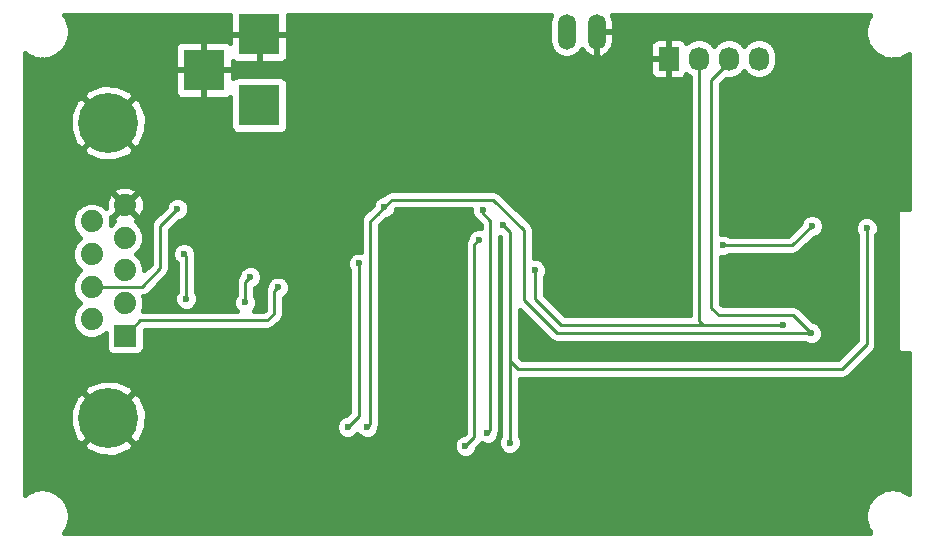
<source format=gbl>
G04 #@! TF.FileFunction,Copper,L2,Bot,Signal*
%FSLAX46Y46*%
G04 Gerber Fmt 4.6, Leading zero omitted, Abs format (unit mm)*
G04 Created by KiCad (PCBNEW 4.0.5+dfsg1-4) date Sat Sep  8 02:59:27 2018*
%MOMM*%
%LPD*%
G01*
G04 APERTURE LIST*
%ADD10C,0.100000*%
%ADD11O,1.510000X3.010000*%
%ADD12R,3.500000X3.500000*%
%ADD13R,1.879600X1.879600*%
%ADD14C,1.879600*%
%ADD15C,5.080000*%
%ADD16R,1.727200X2.032000*%
%ADD17O,1.727200X2.032000*%
%ADD18C,0.600000*%
%ADD19C,0.250000*%
%ADD20C,0.400000*%
G04 APERTURE END LIST*
D10*
D11*
X145400000Y-77800000D03*
X147940000Y-77800000D03*
D12*
X119380000Y-84010500D03*
X119380000Y-78010500D03*
X114680000Y-81010500D03*
D13*
X108019860Y-103539740D03*
D14*
X108019860Y-100768600D03*
X108019860Y-98000000D03*
X108019860Y-95231400D03*
X108019860Y-92460260D03*
X105180140Y-102147820D03*
X105180140Y-99379220D03*
X105180140Y-96620780D03*
X105180140Y-93852180D03*
D15*
X106600000Y-110499340D03*
X106600000Y-85500660D03*
D16*
X154051000Y-80073500D03*
D17*
X156591000Y-80073500D03*
X159131000Y-80073500D03*
X161671000Y-80073500D03*
D18*
X122800000Y-102171500D03*
X165322250Y-91090750D03*
X136000000Y-102200000D03*
X148300000Y-91400000D03*
X149200000Y-108400000D03*
X159800000Y-105000000D03*
X163766500Y-102616000D03*
X126873000Y-111252000D03*
X127800000Y-97400000D03*
X142748000Y-97980500D03*
X129984500Y-92646500D03*
X166116000Y-103314500D03*
X128524000Y-111252000D03*
X166179500Y-94234000D03*
X158623000Y-95885000D03*
X136842500Y-112839500D03*
X138000000Y-95400000D03*
X170815000Y-94424500D03*
X140589000Y-112585500D03*
X140000000Y-94155000D03*
X120967500Y-99441000D03*
X138684000Y-111760000D03*
X138303000Y-92900500D03*
X112458500Y-92773500D03*
X118200000Y-100711000D03*
X118618000Y-98552000D03*
X113000000Y-96600000D03*
X113200000Y-100400000D03*
D19*
X122800000Y-102171500D02*
X122809000Y-102171500D01*
X165322250Y-91090750D02*
X165354000Y-91059000D01*
X148300000Y-91400000D02*
X148400000Y-91400000D01*
X163766500Y-102616000D02*
X161798000Y-102616000D01*
X127800000Y-110200000D02*
X127800000Y-97400000D01*
X127800000Y-110325000D02*
X127800000Y-110200000D01*
X126873000Y-111252000D02*
X127800000Y-110325000D01*
X127800000Y-97400000D02*
X127800000Y-97600000D01*
X127800000Y-97600000D02*
X127800000Y-97400000D01*
X161798000Y-102616000D02*
X156972000Y-102616000D01*
X156972000Y-102616000D02*
X144907000Y-102616000D01*
X144907000Y-102616000D02*
X142748000Y-100457000D01*
X142748000Y-100457000D02*
X142748000Y-97980500D01*
X156640000Y-102284000D02*
X156972000Y-102616000D01*
X156640000Y-91059000D02*
X156640000Y-102284000D01*
X156640000Y-80600000D02*
X156640000Y-91059000D01*
X129984500Y-92646500D02*
X129969000Y-92631000D01*
X129969000Y-92631000D02*
X129984500Y-92646500D01*
X129984500Y-92646500D02*
X129984500Y-92615500D01*
X166116000Y-103314500D02*
X164592000Y-101790500D01*
X166116000Y-103314500D02*
X144589500Y-103314500D01*
X139200000Y-92000000D02*
X130600000Y-92000000D01*
X141800000Y-94600000D02*
X139200000Y-92000000D01*
X141800000Y-97200000D02*
X141800000Y-94600000D01*
X130600000Y-92000000D02*
X129984500Y-92615500D01*
X129984500Y-92615500D02*
X129400000Y-93200000D01*
X144589500Y-103314500D02*
X141800000Y-100525000D01*
X141800000Y-100525000D02*
X141800000Y-97200000D01*
X128778000Y-93822000D02*
X129400000Y-93200000D01*
X128778000Y-110998000D02*
X128778000Y-93822000D01*
X128524000Y-111252000D02*
X128778000Y-110998000D01*
X164592000Y-101790500D02*
X158305500Y-101790500D01*
X158305500Y-101790500D02*
X157670500Y-101155500D01*
X157670500Y-101155500D02*
X157670500Y-81855500D01*
X157670500Y-81855500D02*
X159180000Y-80346000D01*
X166179500Y-94234000D02*
X164528500Y-95885000D01*
X164528500Y-95885000D02*
X158623000Y-95885000D01*
X137604500Y-110744000D02*
X137600000Y-110744000D01*
X137600000Y-110748500D02*
X137604500Y-110744000D01*
X137600000Y-112082000D02*
X137600000Y-110748500D01*
X136842500Y-112839500D02*
X137600000Y-112082000D01*
X137600000Y-95800000D02*
X137600000Y-110744000D01*
X138000000Y-95400000D02*
X137600000Y-95800000D01*
X170815000Y-94424500D02*
X170815000Y-104267000D01*
X168719500Y-106362500D02*
X166179500Y-106362500D01*
X170815000Y-104267000D02*
X168719500Y-106362500D01*
X141287500Y-106362500D02*
X140600000Y-105675000D01*
X166179500Y-106362500D02*
X141287500Y-106362500D01*
X140589000Y-112585500D02*
X140600000Y-112585500D01*
X140600000Y-112585500D02*
X140589000Y-112585500D01*
X140589000Y-112585500D02*
X140600000Y-112585500D01*
X140600000Y-94755000D02*
X140000000Y-94155000D01*
X140600000Y-94755000D02*
X140600000Y-105675000D01*
X140600000Y-105675000D02*
X140600000Y-112585500D01*
X108019860Y-103539740D02*
X109324600Y-102235000D01*
X120650000Y-99758500D02*
X120967500Y-99441000D01*
X120650000Y-101663500D02*
X120650000Y-99758500D01*
X120078500Y-102235000D02*
X120650000Y-101663500D01*
X109324600Y-102235000D02*
X120078500Y-102235000D01*
X138684000Y-111760000D02*
X138938000Y-111506000D01*
X138938000Y-111506000D02*
X138938000Y-93789500D01*
X138938000Y-93789500D02*
X138303000Y-93154500D01*
X138303000Y-93154500D02*
X138303000Y-92900500D01*
X109156500Y-99379220D02*
X109420780Y-99379220D01*
X109420780Y-99379220D02*
X110998000Y-97802000D01*
X110998000Y-94234000D02*
X112458500Y-92773500D01*
X110998000Y-97802000D02*
X110998000Y-94234000D01*
X105180140Y-99379220D02*
X109156500Y-99379220D01*
X105180140Y-99379220D02*
X105180140Y-99219860D01*
X118618000Y-98552000D02*
X118200000Y-98970000D01*
X118200000Y-98970000D02*
X118200000Y-100711000D01*
X113200000Y-98200000D02*
X113200000Y-96800000D01*
X113200000Y-96800000D02*
X113000000Y-96600000D01*
X113200000Y-98200000D02*
X113200000Y-100400000D01*
D20*
G36*
X116922000Y-77779500D02*
X117099000Y-77956500D01*
X119326000Y-77956500D01*
X119326000Y-77936500D01*
X119434000Y-77936500D01*
X119434000Y-77956500D01*
X121661000Y-77956500D01*
X121838000Y-77779500D01*
X121838000Y-76400000D01*
X144089162Y-76400000D01*
X144055755Y-76449997D01*
X143945000Y-77006801D01*
X143945000Y-78593199D01*
X144055755Y-79150003D01*
X144371160Y-79622039D01*
X144843196Y-79937444D01*
X145400000Y-80048199D01*
X145956804Y-79937444D01*
X146428840Y-79622039D01*
X146675911Y-79252272D01*
X146943686Y-79622681D01*
X147430023Y-79922301D01*
X147657957Y-79985556D01*
X147886000Y-79834866D01*
X147886000Y-77854000D01*
X147994000Y-77854000D01*
X147994000Y-79834866D01*
X148222043Y-79985556D01*
X148449977Y-79922301D01*
X148936314Y-79622681D01*
X149270971Y-79159755D01*
X149328719Y-78916670D01*
X152479400Y-78916670D01*
X152479400Y-79842500D01*
X152656400Y-80019500D01*
X153997000Y-80019500D01*
X153997000Y-78526500D01*
X153820000Y-78349500D01*
X153046570Y-78349500D01*
X152786350Y-78457287D01*
X152587187Y-78656450D01*
X152479400Y-78916670D01*
X149328719Y-78916670D01*
X149403000Y-78604000D01*
X149403000Y-77854000D01*
X147994000Y-77854000D01*
X147886000Y-77854000D01*
X147866000Y-77854000D01*
X147866000Y-77746000D01*
X147886000Y-77746000D01*
X147886000Y-77726000D01*
X147994000Y-77726000D01*
X147994000Y-77746000D01*
X149403000Y-77746000D01*
X149403000Y-76996000D01*
X149270971Y-76440245D01*
X149241877Y-76400000D01*
X171118803Y-76400000D01*
X171089864Y-76435259D01*
X171055005Y-76500468D01*
X171008103Y-76557637D01*
X170860303Y-76834257D01*
X170838905Y-76904837D01*
X170804128Y-76969876D01*
X170713028Y-77270026D01*
X170705766Y-77343647D01*
X170684301Y-77414442D01*
X170653601Y-77726592D01*
X170660842Y-77800004D01*
X170653602Y-77873413D01*
X170684302Y-78185543D01*
X170705764Y-78256330D01*
X170713026Y-78329947D01*
X170804126Y-78630107D01*
X170838906Y-78695153D01*
X170860308Y-78765742D01*
X171008108Y-79042353D01*
X171055008Y-79099517D01*
X171089864Y-79164721D01*
X171288863Y-79407181D01*
X171345979Y-79454050D01*
X171392854Y-79511158D01*
X171635355Y-79710139D01*
X171700464Y-79744933D01*
X171757526Y-79791767D01*
X172034126Y-79939627D01*
X172104854Y-79961085D01*
X172170041Y-79995922D01*
X172470241Y-80086962D01*
X172543714Y-80094193D01*
X172614361Y-80115626D01*
X172926461Y-80146376D01*
X173000000Y-80139136D01*
X173073539Y-80146376D01*
X173385638Y-80115626D01*
X173456285Y-80094193D01*
X173529759Y-80086962D01*
X173829959Y-79995922D01*
X173895146Y-79961085D01*
X173965874Y-79939627D01*
X174242474Y-79791767D01*
X174299539Y-79744932D01*
X174364646Y-79710138D01*
X174425000Y-79660615D01*
X174425000Y-92764000D01*
X173609000Y-92764000D01*
X173531189Y-92779757D01*
X173465638Y-92824546D01*
X173422678Y-92891309D01*
X173409000Y-92964000D01*
X173409000Y-104775000D01*
X173424757Y-104852811D01*
X173469546Y-104918362D01*
X173536309Y-104961322D01*
X173609000Y-104975000D01*
X174425000Y-104975000D01*
X174425000Y-116939330D01*
X174364674Y-116889825D01*
X174299496Y-116854989D01*
X174242363Y-116808114D01*
X173965762Y-116660314D01*
X173895157Y-116638906D01*
X173830090Y-116604118D01*
X173529891Y-116513018D01*
X173456293Y-116505761D01*
X173385520Y-116484302D01*
X173073420Y-116453602D01*
X173000000Y-116460842D01*
X172926580Y-116453602D01*
X172614480Y-116484302D01*
X172543707Y-116505761D01*
X172470109Y-116513018D01*
X172169909Y-116604118D01*
X172104845Y-116638905D01*
X172034238Y-116660313D01*
X171757638Y-116808114D01*
X171700505Y-116854989D01*
X171635326Y-116889825D01*
X171392826Y-117088825D01*
X171345946Y-117145945D01*
X171288825Y-117192826D01*
X171089825Y-117435326D01*
X171054989Y-117500504D01*
X171008114Y-117557637D01*
X170860314Y-117834238D01*
X170838906Y-117904843D01*
X170804118Y-117969910D01*
X170713018Y-118270109D01*
X170705761Y-118343707D01*
X170684302Y-118414480D01*
X170653602Y-118726580D01*
X170660842Y-118800000D01*
X170653602Y-118873420D01*
X170684302Y-119185520D01*
X170705761Y-119256293D01*
X170713018Y-119329891D01*
X170804118Y-119630090D01*
X170838906Y-119695157D01*
X170860314Y-119765762D01*
X171008114Y-120042363D01*
X171054989Y-120099496D01*
X171089825Y-120164674D01*
X171115532Y-120196000D01*
X102884411Y-120196000D01*
X102910139Y-120164645D01*
X102944933Y-120099536D01*
X102991767Y-120042474D01*
X103139627Y-119765874D01*
X103161085Y-119695146D01*
X103195922Y-119629959D01*
X103286962Y-119329759D01*
X103294193Y-119256286D01*
X103315626Y-119185639D01*
X103346376Y-118873539D01*
X103339136Y-118800000D01*
X103346376Y-118726461D01*
X103315626Y-118414361D01*
X103294193Y-118343714D01*
X103286962Y-118270241D01*
X103195922Y-117970041D01*
X103161085Y-117904854D01*
X103139627Y-117834126D01*
X102991767Y-117557526D01*
X102944933Y-117500464D01*
X102910139Y-117435355D01*
X102711158Y-117192854D01*
X102654050Y-117145979D01*
X102607181Y-117088863D01*
X102364721Y-116889864D01*
X102299517Y-116855008D01*
X102242353Y-116808108D01*
X101965742Y-116660308D01*
X101895153Y-116638906D01*
X101830107Y-116604126D01*
X101529947Y-116513026D01*
X101456329Y-116505764D01*
X101385538Y-116484301D01*
X101073388Y-116453601D01*
X100999976Y-116460842D01*
X100926567Y-116453602D01*
X100614437Y-116484302D01*
X100543645Y-116505766D01*
X100470026Y-116513028D01*
X100169876Y-116604128D01*
X100104836Y-116638905D01*
X100034258Y-116660303D01*
X99757637Y-116808103D01*
X99700468Y-116855005D01*
X99635259Y-116889864D01*
X99514000Y-116989388D01*
X99514000Y-112753715D01*
X104421993Y-112753715D01*
X104697417Y-113209891D01*
X105879526Y-113731650D01*
X107171320Y-113761318D01*
X108376136Y-113294380D01*
X108502583Y-113209891D01*
X108778007Y-112753715D01*
X106600000Y-110575708D01*
X104421993Y-112753715D01*
X99514000Y-112753715D01*
X99514000Y-111070660D01*
X103338022Y-111070660D01*
X103804960Y-112275476D01*
X103889449Y-112401923D01*
X104345625Y-112677347D01*
X106523632Y-110499340D01*
X106676368Y-110499340D01*
X108854375Y-112677347D01*
X109310551Y-112401923D01*
X109730692Y-111450040D01*
X125872827Y-111450040D01*
X126024747Y-111817714D01*
X126305806Y-112099264D01*
X126673215Y-112251826D01*
X127071040Y-112252173D01*
X127438714Y-112100253D01*
X127698707Y-111840714D01*
X127956806Y-112099264D01*
X128324215Y-112251826D01*
X128722040Y-112252173D01*
X129089714Y-112100253D01*
X129371264Y-111819194D01*
X129523826Y-111451785D01*
X129523925Y-111338072D01*
X129540201Y-111313714D01*
X129603000Y-110998000D01*
X129603000Y-94163726D01*
X130120107Y-93646619D01*
X130182540Y-93646673D01*
X130550214Y-93494753D01*
X130831764Y-93213694D01*
X130984326Y-92846285D01*
X130984345Y-92825000D01*
X137303066Y-92825000D01*
X137302827Y-93098540D01*
X137454747Y-93466214D01*
X137706914Y-93718821D01*
X137719637Y-93737863D01*
X138113000Y-94131226D01*
X138113000Y-94400098D01*
X137801960Y-94399827D01*
X137434286Y-94551747D01*
X137152736Y-94832806D01*
X137000174Y-95200215D01*
X137000138Y-95241329D01*
X136837799Y-95484286D01*
X136775000Y-95800000D01*
X136775000Y-110744000D01*
X136775448Y-110746250D01*
X136775000Y-110748500D01*
X136775000Y-111740274D01*
X136675920Y-111839354D01*
X136644460Y-111839327D01*
X136276786Y-111991247D01*
X135995236Y-112272306D01*
X135842674Y-112639715D01*
X135842327Y-113037540D01*
X135994247Y-113405214D01*
X136275306Y-113686764D01*
X136642715Y-113839326D01*
X137040540Y-113839673D01*
X137408214Y-113687753D01*
X137689764Y-113406694D01*
X137842326Y-113039285D01*
X137842355Y-113006371D01*
X138183363Y-112665363D01*
X138199296Y-112641517D01*
X138484215Y-112759826D01*
X138882040Y-112760173D01*
X139249714Y-112608253D01*
X139531264Y-112327194D01*
X139683826Y-111959785D01*
X139683925Y-111846072D01*
X139700201Y-111821714D01*
X139763000Y-111506000D01*
X139763000Y-95139373D01*
X139775000Y-95144356D01*
X139775000Y-111985100D01*
X139741736Y-112018306D01*
X139589174Y-112385715D01*
X139588827Y-112783540D01*
X139740747Y-113151214D01*
X140021806Y-113432764D01*
X140389215Y-113585326D01*
X140787040Y-113585673D01*
X141154714Y-113433753D01*
X141436264Y-113152694D01*
X141588826Y-112785285D01*
X141589173Y-112387460D01*
X141437253Y-112019786D01*
X141425000Y-112007512D01*
X141425000Y-107187500D01*
X168719500Y-107187500D01*
X169035214Y-107124701D01*
X169302863Y-106945863D01*
X171398363Y-104850363D01*
X171577201Y-104582714D01*
X171640000Y-104267000D01*
X171640000Y-95013919D01*
X171662264Y-94991694D01*
X171814826Y-94624285D01*
X171815173Y-94226460D01*
X171663253Y-93858786D01*
X171382194Y-93577236D01*
X171014785Y-93424674D01*
X170616960Y-93424327D01*
X170249286Y-93576247D01*
X169967736Y-93857306D01*
X169815174Y-94224715D01*
X169814827Y-94622540D01*
X169966747Y-94990214D01*
X169990000Y-95013508D01*
X169990000Y-103925274D01*
X168377774Y-105537500D01*
X141629226Y-105537500D01*
X141425000Y-105333274D01*
X141425000Y-101316726D01*
X144006137Y-103897863D01*
X144273786Y-104076701D01*
X144589500Y-104139500D01*
X165526581Y-104139500D01*
X165548806Y-104161764D01*
X165916215Y-104314326D01*
X166314040Y-104314673D01*
X166681714Y-104162753D01*
X166963264Y-103881694D01*
X167115826Y-103514285D01*
X167116173Y-103116460D01*
X166964253Y-102748786D01*
X166683194Y-102467236D01*
X166315785Y-102314674D01*
X166282871Y-102314645D01*
X165175363Y-101207137D01*
X164907714Y-101028299D01*
X164592000Y-100965500D01*
X158647226Y-100965500D01*
X158495500Y-100813774D01*
X158495500Y-96884889D01*
X158821040Y-96885173D01*
X159188714Y-96733253D01*
X159212008Y-96710000D01*
X164528500Y-96710000D01*
X164844214Y-96647201D01*
X165111863Y-96468363D01*
X166346080Y-95234146D01*
X166377540Y-95234173D01*
X166745214Y-95082253D01*
X167026764Y-94801194D01*
X167179326Y-94433785D01*
X167179673Y-94035960D01*
X167027753Y-93668286D01*
X166746694Y-93386736D01*
X166379285Y-93234174D01*
X165981460Y-93233827D01*
X165613786Y-93385747D01*
X165332236Y-93666806D01*
X165179674Y-94034215D01*
X165179645Y-94067129D01*
X164186774Y-95060000D01*
X159212419Y-95060000D01*
X159190194Y-95037736D01*
X158822785Y-94885174D01*
X158495500Y-94884889D01*
X158495500Y-82197226D01*
X158912976Y-81779750D01*
X159131000Y-81823118D01*
X159729364Y-81704096D01*
X160236632Y-81365150D01*
X160401000Y-81119156D01*
X160565368Y-81365150D01*
X161072636Y-81704096D01*
X161671000Y-81823118D01*
X162269364Y-81704096D01*
X162776632Y-81365150D01*
X163115578Y-80857882D01*
X163234600Y-80259518D01*
X163234600Y-79887482D01*
X163115578Y-79289118D01*
X162776632Y-78781850D01*
X162269364Y-78442904D01*
X161671000Y-78323882D01*
X161072636Y-78442904D01*
X160565368Y-78781850D01*
X160401000Y-79027844D01*
X160236632Y-78781850D01*
X159729364Y-78442904D01*
X159131000Y-78323882D01*
X158532636Y-78442904D01*
X158025368Y-78781850D01*
X157861000Y-79027844D01*
X157696632Y-78781850D01*
X157189364Y-78442904D01*
X156591000Y-78323882D01*
X155992636Y-78442904D01*
X155549113Y-78739257D01*
X155514813Y-78656450D01*
X155315650Y-78457287D01*
X155055430Y-78349500D01*
X154282000Y-78349500D01*
X154105000Y-78526500D01*
X154105000Y-80019500D01*
X154125000Y-80019500D01*
X154125000Y-80127500D01*
X154105000Y-80127500D01*
X154105000Y-81620500D01*
X154282000Y-81797500D01*
X155055430Y-81797500D01*
X155315650Y-81689713D01*
X155514813Y-81490550D01*
X155549113Y-81407743D01*
X155815000Y-81585403D01*
X155815000Y-101791000D01*
X145248726Y-101791000D01*
X143573000Y-100115274D01*
X143573000Y-98569919D01*
X143595264Y-98547694D01*
X143747826Y-98180285D01*
X143748173Y-97782460D01*
X143596253Y-97414786D01*
X143315194Y-97133236D01*
X142947785Y-96980674D01*
X142625000Y-96980392D01*
X142625000Y-94600000D01*
X142562201Y-94284286D01*
X142383363Y-94016637D01*
X139783363Y-91416637D01*
X139515714Y-91237799D01*
X139200000Y-91175000D01*
X130600000Y-91175000D01*
X130284286Y-91237799D01*
X130016637Y-91416637D01*
X129786947Y-91646327D01*
X129418786Y-91798247D01*
X129137236Y-92079306D01*
X128984674Y-92446715D01*
X128984672Y-92448602D01*
X128194637Y-93238637D01*
X128015799Y-93506286D01*
X127953000Y-93822000D01*
X127953000Y-96400133D01*
X127601960Y-96399827D01*
X127234286Y-96551747D01*
X126952736Y-96832806D01*
X126800174Y-97200215D01*
X126799827Y-97598040D01*
X126951747Y-97965714D01*
X126975000Y-97989008D01*
X126975000Y-109983274D01*
X126706420Y-110251854D01*
X126674960Y-110251827D01*
X126307286Y-110403747D01*
X126025736Y-110684806D01*
X125873174Y-111052215D01*
X125872827Y-111450040D01*
X109730692Y-111450040D01*
X109832310Y-111219814D01*
X109861978Y-109928020D01*
X109395040Y-108723204D01*
X109310551Y-108596757D01*
X108854375Y-108321333D01*
X106676368Y-110499340D01*
X106523632Y-110499340D01*
X104345625Y-108321333D01*
X103889449Y-108596757D01*
X103367690Y-109778866D01*
X103338022Y-111070660D01*
X99514000Y-111070660D01*
X99514000Y-108244965D01*
X104421993Y-108244965D01*
X106600000Y-110422972D01*
X108778007Y-108244965D01*
X108502583Y-107788789D01*
X107320474Y-107267030D01*
X106028680Y-107237362D01*
X104823864Y-107704300D01*
X104697417Y-107788789D01*
X104421993Y-108244965D01*
X99514000Y-108244965D01*
X99514000Y-94176925D01*
X103540056Y-94176925D01*
X103789174Y-94779839D01*
X104245410Y-95236872D01*
X103790795Y-95690695D01*
X103540625Y-96293173D01*
X103540056Y-96945525D01*
X103789174Y-97548439D01*
X104240330Y-98000383D01*
X103790795Y-98449135D01*
X103540625Y-99051613D01*
X103540056Y-99703965D01*
X103789174Y-100306879D01*
X104245410Y-100763912D01*
X103790795Y-101217735D01*
X103540625Y-101820213D01*
X103540056Y-102472565D01*
X103789174Y-103075479D01*
X104250055Y-103537165D01*
X104852533Y-103787335D01*
X105504885Y-103787904D01*
X106107799Y-103538786D01*
X106366347Y-103280689D01*
X106366347Y-104479540D01*
X106415157Y-104738944D01*
X106568465Y-104977191D01*
X106802386Y-105137022D01*
X107080060Y-105193253D01*
X108959660Y-105193253D01*
X109219064Y-105144443D01*
X109457311Y-104991135D01*
X109617142Y-104757214D01*
X109673373Y-104479540D01*
X109673373Y-103060000D01*
X120078500Y-103060000D01*
X120394214Y-102997201D01*
X120661863Y-102818363D01*
X121233363Y-102246863D01*
X121412201Y-101979214D01*
X121475000Y-101663500D01*
X121475000Y-100313307D01*
X121533214Y-100289253D01*
X121814764Y-100008194D01*
X121967326Y-99640785D01*
X121967673Y-99242960D01*
X121815753Y-98875286D01*
X121534694Y-98593736D01*
X121167285Y-98441174D01*
X120769460Y-98440827D01*
X120401786Y-98592747D01*
X120120236Y-98873806D01*
X119967674Y-99241215D01*
X119967602Y-99323352D01*
X119887799Y-99442786D01*
X119825000Y-99758500D01*
X119825000Y-101321774D01*
X119736774Y-101410000D01*
X118915228Y-101410000D01*
X119047264Y-101278194D01*
X119199826Y-100910785D01*
X119200173Y-100512960D01*
X119048253Y-100145286D01*
X119025000Y-100121992D01*
X119025000Y-99465832D01*
X119183714Y-99400253D01*
X119465264Y-99119194D01*
X119617826Y-98751785D01*
X119618173Y-98353960D01*
X119466253Y-97986286D01*
X119185194Y-97704736D01*
X118817785Y-97552174D01*
X118419960Y-97551827D01*
X118052286Y-97703747D01*
X117770736Y-97984806D01*
X117618174Y-98352215D01*
X117618145Y-98385129D01*
X117616637Y-98386637D01*
X117437799Y-98654286D01*
X117375000Y-98970000D01*
X117375000Y-100121581D01*
X117352736Y-100143806D01*
X117200174Y-100511215D01*
X117199827Y-100909040D01*
X117351747Y-101276714D01*
X117484801Y-101410000D01*
X109529077Y-101410000D01*
X109659375Y-101096207D01*
X109659944Y-100443855D01*
X109550285Y-100178460D01*
X109736494Y-100141421D01*
X110004143Y-99962583D01*
X111581363Y-98385363D01*
X111760201Y-98117714D01*
X111823000Y-97802000D01*
X111823000Y-96798040D01*
X111999827Y-96798040D01*
X112151747Y-97165714D01*
X112375000Y-97389357D01*
X112375000Y-99810581D01*
X112352736Y-99832806D01*
X112200174Y-100200215D01*
X112199827Y-100598040D01*
X112351747Y-100965714D01*
X112632806Y-101247264D01*
X113000215Y-101399826D01*
X113398040Y-101400173D01*
X113765714Y-101248253D01*
X114047264Y-100967194D01*
X114199826Y-100599785D01*
X114200173Y-100201960D01*
X114048253Y-99834286D01*
X114025000Y-99810992D01*
X114025000Y-96800000D01*
X113999936Y-96673993D01*
X114000173Y-96401960D01*
X113848253Y-96034286D01*
X113567194Y-95752736D01*
X113199785Y-95600174D01*
X112801960Y-95599827D01*
X112434286Y-95751747D01*
X112152736Y-96032806D01*
X112000174Y-96400215D01*
X111999827Y-96798040D01*
X111823000Y-96798040D01*
X111823000Y-94575726D01*
X112625080Y-93773646D01*
X112656540Y-93773673D01*
X113024214Y-93621753D01*
X113305764Y-93340694D01*
X113458326Y-92973285D01*
X113458673Y-92575460D01*
X113306753Y-92207786D01*
X113025694Y-91926236D01*
X112658285Y-91773674D01*
X112260460Y-91773327D01*
X111892786Y-91925247D01*
X111611236Y-92206306D01*
X111458674Y-92573715D01*
X111458645Y-92606629D01*
X110414637Y-93650637D01*
X110235799Y-93918286D01*
X110173000Y-94234000D01*
X110173000Y-97460274D01*
X109659684Y-97973590D01*
X109659944Y-97675255D01*
X109410826Y-97072341D01*
X108954590Y-96615308D01*
X109409205Y-96161485D01*
X109659375Y-95559007D01*
X109659944Y-94906655D01*
X109410826Y-94303741D01*
X108960310Y-93852438D01*
X108963191Y-93850513D01*
X109043830Y-93560597D01*
X108019860Y-92536628D01*
X106995890Y-93560597D01*
X107076529Y-93850513D01*
X107080446Y-93852168D01*
X106819714Y-94112446D01*
X106820224Y-93527435D01*
X106787160Y-93447414D01*
X106919523Y-93484230D01*
X107943492Y-92460260D01*
X108096228Y-92460260D01*
X109120197Y-93484230D01*
X109410113Y-93403591D01*
X109665284Y-92799757D01*
X109669954Y-92144238D01*
X109423411Y-91536830D01*
X109410113Y-91516929D01*
X109120197Y-91436290D01*
X108096228Y-92460260D01*
X107943492Y-92460260D01*
X106919523Y-91436290D01*
X106629607Y-91516929D01*
X106374436Y-92120763D01*
X106370144Y-92723208D01*
X106110225Y-92462835D01*
X105507747Y-92212665D01*
X104855395Y-92212096D01*
X104252481Y-92461214D01*
X103790795Y-92922095D01*
X103540625Y-93524573D01*
X103540056Y-94176925D01*
X99514000Y-94176925D01*
X99514000Y-91359923D01*
X106995890Y-91359923D01*
X108019860Y-92383892D01*
X109043830Y-91359923D01*
X108963191Y-91070007D01*
X108359357Y-90814836D01*
X107703838Y-90810166D01*
X107096430Y-91056709D01*
X107076529Y-91070007D01*
X106995890Y-91359923D01*
X99514000Y-91359923D01*
X99514000Y-87755035D01*
X104421993Y-87755035D01*
X104697417Y-88211211D01*
X105879526Y-88732970D01*
X107171320Y-88762638D01*
X108376136Y-88295700D01*
X108502583Y-88211211D01*
X108778007Y-87755035D01*
X106600000Y-85577028D01*
X104421993Y-87755035D01*
X99514000Y-87755035D01*
X99514000Y-86071980D01*
X103338022Y-86071980D01*
X103804960Y-87276796D01*
X103889449Y-87403243D01*
X104345625Y-87678667D01*
X106523632Y-85500660D01*
X106676368Y-85500660D01*
X108854375Y-87678667D01*
X109310551Y-87403243D01*
X109832310Y-86221134D01*
X109861978Y-84929340D01*
X109395040Y-83724524D01*
X109310551Y-83598077D01*
X108854375Y-83322653D01*
X106676368Y-85500660D01*
X106523632Y-85500660D01*
X104345625Y-83322653D01*
X103889449Y-83598077D01*
X103367690Y-84780186D01*
X103338022Y-86071980D01*
X99514000Y-86071980D01*
X99514000Y-83246285D01*
X104421993Y-83246285D01*
X106600000Y-85424292D01*
X108778007Y-83246285D01*
X108502583Y-82790109D01*
X107320474Y-82268350D01*
X106028680Y-82238682D01*
X104823864Y-82705620D01*
X104697417Y-82790109D01*
X104421993Y-83246285D01*
X99514000Y-83246285D01*
X99514000Y-81241500D01*
X112222000Y-81241500D01*
X112222000Y-82901330D01*
X112329787Y-83161550D01*
X112528950Y-83360713D01*
X112789170Y-83468500D01*
X114449000Y-83468500D01*
X114626000Y-83291500D01*
X114626000Y-81064500D01*
X114734000Y-81064500D01*
X114734000Y-83291500D01*
X114911000Y-83468500D01*
X116570830Y-83468500D01*
X116831050Y-83360713D01*
X116916287Y-83275476D01*
X116916287Y-85760500D01*
X116965097Y-86019904D01*
X117118405Y-86258151D01*
X117352326Y-86417982D01*
X117630000Y-86474213D01*
X121130000Y-86474213D01*
X121389404Y-86425403D01*
X121627651Y-86272095D01*
X121787482Y-86038174D01*
X121843713Y-85760500D01*
X121843713Y-82260500D01*
X121794903Y-82001096D01*
X121641595Y-81762849D01*
X121407674Y-81603018D01*
X121130000Y-81546787D01*
X117630000Y-81546787D01*
X117370596Y-81595597D01*
X117138000Y-81745269D01*
X117138000Y-81241500D01*
X116961000Y-81064500D01*
X114734000Y-81064500D01*
X114626000Y-81064500D01*
X112399000Y-81064500D01*
X112222000Y-81241500D01*
X99514000Y-81241500D01*
X99514000Y-79610562D01*
X99635288Y-79710100D01*
X99700431Y-79744919D01*
X99757526Y-79791777D01*
X100034146Y-79939638D01*
X100104846Y-79961085D01*
X100170007Y-79995912D01*
X100470157Y-80086952D01*
X100543655Y-80094189D01*
X100614323Y-80115627D01*
X100926473Y-80146377D01*
X101000001Y-80139137D01*
X101073532Y-80146377D01*
X101385661Y-80115627D01*
X101456325Y-80094189D01*
X101529816Y-80086954D01*
X101829976Y-79995914D01*
X101895147Y-79961083D01*
X101965854Y-79939632D01*
X102242464Y-79791772D01*
X102299556Y-79744916D01*
X102364692Y-79710100D01*
X102607153Y-79511120D01*
X102654019Y-79454014D01*
X102711120Y-79407152D01*
X102910100Y-79164692D01*
X102934164Y-79119670D01*
X112222000Y-79119670D01*
X112222000Y-80779500D01*
X112399000Y-80956500D01*
X114626000Y-80956500D01*
X114626000Y-78729500D01*
X114734000Y-78729500D01*
X114734000Y-80956500D01*
X116961000Y-80956500D01*
X117138000Y-80779500D01*
X117138000Y-80269763D01*
X117228950Y-80360713D01*
X117489170Y-80468500D01*
X119149000Y-80468500D01*
X119326000Y-80291500D01*
X119326000Y-78064500D01*
X119434000Y-78064500D01*
X119434000Y-80291500D01*
X119611000Y-80468500D01*
X121270830Y-80468500D01*
X121531050Y-80360713D01*
X121587263Y-80304500D01*
X152479400Y-80304500D01*
X152479400Y-81230330D01*
X152587187Y-81490550D01*
X152786350Y-81689713D01*
X153046570Y-81797500D01*
X153820000Y-81797500D01*
X153997000Y-81620500D01*
X153997000Y-80127500D01*
X152656400Y-80127500D01*
X152479400Y-80304500D01*
X121587263Y-80304500D01*
X121730213Y-80161550D01*
X121838000Y-79901330D01*
X121838000Y-78241500D01*
X121661000Y-78064500D01*
X119434000Y-78064500D01*
X119326000Y-78064500D01*
X117099000Y-78064500D01*
X116922000Y-78241500D01*
X116922000Y-78751237D01*
X116831050Y-78660287D01*
X116570830Y-78552500D01*
X114911000Y-78552500D01*
X114734000Y-78729500D01*
X114626000Y-78729500D01*
X114449000Y-78552500D01*
X112789170Y-78552500D01*
X112528950Y-78660287D01*
X112329787Y-78859450D01*
X112222000Y-79119670D01*
X102934164Y-79119670D01*
X102944916Y-79099556D01*
X102991772Y-79042464D01*
X103139632Y-78765854D01*
X103161083Y-78695146D01*
X103195914Y-78629976D01*
X103286954Y-78329816D01*
X103294189Y-78256326D01*
X103315627Y-78185662D01*
X103346377Y-77873532D01*
X103339137Y-77800001D01*
X103346377Y-77726473D01*
X103315627Y-77414323D01*
X103294189Y-77343655D01*
X103286952Y-77270157D01*
X103195912Y-76970007D01*
X103161085Y-76904846D01*
X103139638Y-76834146D01*
X102991777Y-76557526D01*
X102944919Y-76500431D01*
X102910100Y-76435288D01*
X102881140Y-76400000D01*
X116922000Y-76400000D01*
X116922000Y-77779500D01*
X116922000Y-77779500D01*
G37*
X116922000Y-77779500D02*
X117099000Y-77956500D01*
X119326000Y-77956500D01*
X119326000Y-77936500D01*
X119434000Y-77936500D01*
X119434000Y-77956500D01*
X121661000Y-77956500D01*
X121838000Y-77779500D01*
X121838000Y-76400000D01*
X144089162Y-76400000D01*
X144055755Y-76449997D01*
X143945000Y-77006801D01*
X143945000Y-78593199D01*
X144055755Y-79150003D01*
X144371160Y-79622039D01*
X144843196Y-79937444D01*
X145400000Y-80048199D01*
X145956804Y-79937444D01*
X146428840Y-79622039D01*
X146675911Y-79252272D01*
X146943686Y-79622681D01*
X147430023Y-79922301D01*
X147657957Y-79985556D01*
X147886000Y-79834866D01*
X147886000Y-77854000D01*
X147994000Y-77854000D01*
X147994000Y-79834866D01*
X148222043Y-79985556D01*
X148449977Y-79922301D01*
X148936314Y-79622681D01*
X149270971Y-79159755D01*
X149328719Y-78916670D01*
X152479400Y-78916670D01*
X152479400Y-79842500D01*
X152656400Y-80019500D01*
X153997000Y-80019500D01*
X153997000Y-78526500D01*
X153820000Y-78349500D01*
X153046570Y-78349500D01*
X152786350Y-78457287D01*
X152587187Y-78656450D01*
X152479400Y-78916670D01*
X149328719Y-78916670D01*
X149403000Y-78604000D01*
X149403000Y-77854000D01*
X147994000Y-77854000D01*
X147886000Y-77854000D01*
X147866000Y-77854000D01*
X147866000Y-77746000D01*
X147886000Y-77746000D01*
X147886000Y-77726000D01*
X147994000Y-77726000D01*
X147994000Y-77746000D01*
X149403000Y-77746000D01*
X149403000Y-76996000D01*
X149270971Y-76440245D01*
X149241877Y-76400000D01*
X171118803Y-76400000D01*
X171089864Y-76435259D01*
X171055005Y-76500468D01*
X171008103Y-76557637D01*
X170860303Y-76834257D01*
X170838905Y-76904837D01*
X170804128Y-76969876D01*
X170713028Y-77270026D01*
X170705766Y-77343647D01*
X170684301Y-77414442D01*
X170653601Y-77726592D01*
X170660842Y-77800004D01*
X170653602Y-77873413D01*
X170684302Y-78185543D01*
X170705764Y-78256330D01*
X170713026Y-78329947D01*
X170804126Y-78630107D01*
X170838906Y-78695153D01*
X170860308Y-78765742D01*
X171008108Y-79042353D01*
X171055008Y-79099517D01*
X171089864Y-79164721D01*
X171288863Y-79407181D01*
X171345979Y-79454050D01*
X171392854Y-79511158D01*
X171635355Y-79710139D01*
X171700464Y-79744933D01*
X171757526Y-79791767D01*
X172034126Y-79939627D01*
X172104854Y-79961085D01*
X172170041Y-79995922D01*
X172470241Y-80086962D01*
X172543714Y-80094193D01*
X172614361Y-80115626D01*
X172926461Y-80146376D01*
X173000000Y-80139136D01*
X173073539Y-80146376D01*
X173385638Y-80115626D01*
X173456285Y-80094193D01*
X173529759Y-80086962D01*
X173829959Y-79995922D01*
X173895146Y-79961085D01*
X173965874Y-79939627D01*
X174242474Y-79791767D01*
X174299539Y-79744932D01*
X174364646Y-79710138D01*
X174425000Y-79660615D01*
X174425000Y-92764000D01*
X173609000Y-92764000D01*
X173531189Y-92779757D01*
X173465638Y-92824546D01*
X173422678Y-92891309D01*
X173409000Y-92964000D01*
X173409000Y-104775000D01*
X173424757Y-104852811D01*
X173469546Y-104918362D01*
X173536309Y-104961322D01*
X173609000Y-104975000D01*
X174425000Y-104975000D01*
X174425000Y-116939330D01*
X174364674Y-116889825D01*
X174299496Y-116854989D01*
X174242363Y-116808114D01*
X173965762Y-116660314D01*
X173895157Y-116638906D01*
X173830090Y-116604118D01*
X173529891Y-116513018D01*
X173456293Y-116505761D01*
X173385520Y-116484302D01*
X173073420Y-116453602D01*
X173000000Y-116460842D01*
X172926580Y-116453602D01*
X172614480Y-116484302D01*
X172543707Y-116505761D01*
X172470109Y-116513018D01*
X172169909Y-116604118D01*
X172104845Y-116638905D01*
X172034238Y-116660313D01*
X171757638Y-116808114D01*
X171700505Y-116854989D01*
X171635326Y-116889825D01*
X171392826Y-117088825D01*
X171345946Y-117145945D01*
X171288825Y-117192826D01*
X171089825Y-117435326D01*
X171054989Y-117500504D01*
X171008114Y-117557637D01*
X170860314Y-117834238D01*
X170838906Y-117904843D01*
X170804118Y-117969910D01*
X170713018Y-118270109D01*
X170705761Y-118343707D01*
X170684302Y-118414480D01*
X170653602Y-118726580D01*
X170660842Y-118800000D01*
X170653602Y-118873420D01*
X170684302Y-119185520D01*
X170705761Y-119256293D01*
X170713018Y-119329891D01*
X170804118Y-119630090D01*
X170838906Y-119695157D01*
X170860314Y-119765762D01*
X171008114Y-120042363D01*
X171054989Y-120099496D01*
X171089825Y-120164674D01*
X171115532Y-120196000D01*
X102884411Y-120196000D01*
X102910139Y-120164645D01*
X102944933Y-120099536D01*
X102991767Y-120042474D01*
X103139627Y-119765874D01*
X103161085Y-119695146D01*
X103195922Y-119629959D01*
X103286962Y-119329759D01*
X103294193Y-119256286D01*
X103315626Y-119185639D01*
X103346376Y-118873539D01*
X103339136Y-118800000D01*
X103346376Y-118726461D01*
X103315626Y-118414361D01*
X103294193Y-118343714D01*
X103286962Y-118270241D01*
X103195922Y-117970041D01*
X103161085Y-117904854D01*
X103139627Y-117834126D01*
X102991767Y-117557526D01*
X102944933Y-117500464D01*
X102910139Y-117435355D01*
X102711158Y-117192854D01*
X102654050Y-117145979D01*
X102607181Y-117088863D01*
X102364721Y-116889864D01*
X102299517Y-116855008D01*
X102242353Y-116808108D01*
X101965742Y-116660308D01*
X101895153Y-116638906D01*
X101830107Y-116604126D01*
X101529947Y-116513026D01*
X101456329Y-116505764D01*
X101385538Y-116484301D01*
X101073388Y-116453601D01*
X100999976Y-116460842D01*
X100926567Y-116453602D01*
X100614437Y-116484302D01*
X100543645Y-116505766D01*
X100470026Y-116513028D01*
X100169876Y-116604128D01*
X100104836Y-116638905D01*
X100034258Y-116660303D01*
X99757637Y-116808103D01*
X99700468Y-116855005D01*
X99635259Y-116889864D01*
X99514000Y-116989388D01*
X99514000Y-112753715D01*
X104421993Y-112753715D01*
X104697417Y-113209891D01*
X105879526Y-113731650D01*
X107171320Y-113761318D01*
X108376136Y-113294380D01*
X108502583Y-113209891D01*
X108778007Y-112753715D01*
X106600000Y-110575708D01*
X104421993Y-112753715D01*
X99514000Y-112753715D01*
X99514000Y-111070660D01*
X103338022Y-111070660D01*
X103804960Y-112275476D01*
X103889449Y-112401923D01*
X104345625Y-112677347D01*
X106523632Y-110499340D01*
X106676368Y-110499340D01*
X108854375Y-112677347D01*
X109310551Y-112401923D01*
X109730692Y-111450040D01*
X125872827Y-111450040D01*
X126024747Y-111817714D01*
X126305806Y-112099264D01*
X126673215Y-112251826D01*
X127071040Y-112252173D01*
X127438714Y-112100253D01*
X127698707Y-111840714D01*
X127956806Y-112099264D01*
X128324215Y-112251826D01*
X128722040Y-112252173D01*
X129089714Y-112100253D01*
X129371264Y-111819194D01*
X129523826Y-111451785D01*
X129523925Y-111338072D01*
X129540201Y-111313714D01*
X129603000Y-110998000D01*
X129603000Y-94163726D01*
X130120107Y-93646619D01*
X130182540Y-93646673D01*
X130550214Y-93494753D01*
X130831764Y-93213694D01*
X130984326Y-92846285D01*
X130984345Y-92825000D01*
X137303066Y-92825000D01*
X137302827Y-93098540D01*
X137454747Y-93466214D01*
X137706914Y-93718821D01*
X137719637Y-93737863D01*
X138113000Y-94131226D01*
X138113000Y-94400098D01*
X137801960Y-94399827D01*
X137434286Y-94551747D01*
X137152736Y-94832806D01*
X137000174Y-95200215D01*
X137000138Y-95241329D01*
X136837799Y-95484286D01*
X136775000Y-95800000D01*
X136775000Y-110744000D01*
X136775448Y-110746250D01*
X136775000Y-110748500D01*
X136775000Y-111740274D01*
X136675920Y-111839354D01*
X136644460Y-111839327D01*
X136276786Y-111991247D01*
X135995236Y-112272306D01*
X135842674Y-112639715D01*
X135842327Y-113037540D01*
X135994247Y-113405214D01*
X136275306Y-113686764D01*
X136642715Y-113839326D01*
X137040540Y-113839673D01*
X137408214Y-113687753D01*
X137689764Y-113406694D01*
X137842326Y-113039285D01*
X137842355Y-113006371D01*
X138183363Y-112665363D01*
X138199296Y-112641517D01*
X138484215Y-112759826D01*
X138882040Y-112760173D01*
X139249714Y-112608253D01*
X139531264Y-112327194D01*
X139683826Y-111959785D01*
X139683925Y-111846072D01*
X139700201Y-111821714D01*
X139763000Y-111506000D01*
X139763000Y-95139373D01*
X139775000Y-95144356D01*
X139775000Y-111985100D01*
X139741736Y-112018306D01*
X139589174Y-112385715D01*
X139588827Y-112783540D01*
X139740747Y-113151214D01*
X140021806Y-113432764D01*
X140389215Y-113585326D01*
X140787040Y-113585673D01*
X141154714Y-113433753D01*
X141436264Y-113152694D01*
X141588826Y-112785285D01*
X141589173Y-112387460D01*
X141437253Y-112019786D01*
X141425000Y-112007512D01*
X141425000Y-107187500D01*
X168719500Y-107187500D01*
X169035214Y-107124701D01*
X169302863Y-106945863D01*
X171398363Y-104850363D01*
X171577201Y-104582714D01*
X171640000Y-104267000D01*
X171640000Y-95013919D01*
X171662264Y-94991694D01*
X171814826Y-94624285D01*
X171815173Y-94226460D01*
X171663253Y-93858786D01*
X171382194Y-93577236D01*
X171014785Y-93424674D01*
X170616960Y-93424327D01*
X170249286Y-93576247D01*
X169967736Y-93857306D01*
X169815174Y-94224715D01*
X169814827Y-94622540D01*
X169966747Y-94990214D01*
X169990000Y-95013508D01*
X169990000Y-103925274D01*
X168377774Y-105537500D01*
X141629226Y-105537500D01*
X141425000Y-105333274D01*
X141425000Y-101316726D01*
X144006137Y-103897863D01*
X144273786Y-104076701D01*
X144589500Y-104139500D01*
X165526581Y-104139500D01*
X165548806Y-104161764D01*
X165916215Y-104314326D01*
X166314040Y-104314673D01*
X166681714Y-104162753D01*
X166963264Y-103881694D01*
X167115826Y-103514285D01*
X167116173Y-103116460D01*
X166964253Y-102748786D01*
X166683194Y-102467236D01*
X166315785Y-102314674D01*
X166282871Y-102314645D01*
X165175363Y-101207137D01*
X164907714Y-101028299D01*
X164592000Y-100965500D01*
X158647226Y-100965500D01*
X158495500Y-100813774D01*
X158495500Y-96884889D01*
X158821040Y-96885173D01*
X159188714Y-96733253D01*
X159212008Y-96710000D01*
X164528500Y-96710000D01*
X164844214Y-96647201D01*
X165111863Y-96468363D01*
X166346080Y-95234146D01*
X166377540Y-95234173D01*
X166745214Y-95082253D01*
X167026764Y-94801194D01*
X167179326Y-94433785D01*
X167179673Y-94035960D01*
X167027753Y-93668286D01*
X166746694Y-93386736D01*
X166379285Y-93234174D01*
X165981460Y-93233827D01*
X165613786Y-93385747D01*
X165332236Y-93666806D01*
X165179674Y-94034215D01*
X165179645Y-94067129D01*
X164186774Y-95060000D01*
X159212419Y-95060000D01*
X159190194Y-95037736D01*
X158822785Y-94885174D01*
X158495500Y-94884889D01*
X158495500Y-82197226D01*
X158912976Y-81779750D01*
X159131000Y-81823118D01*
X159729364Y-81704096D01*
X160236632Y-81365150D01*
X160401000Y-81119156D01*
X160565368Y-81365150D01*
X161072636Y-81704096D01*
X161671000Y-81823118D01*
X162269364Y-81704096D01*
X162776632Y-81365150D01*
X163115578Y-80857882D01*
X163234600Y-80259518D01*
X163234600Y-79887482D01*
X163115578Y-79289118D01*
X162776632Y-78781850D01*
X162269364Y-78442904D01*
X161671000Y-78323882D01*
X161072636Y-78442904D01*
X160565368Y-78781850D01*
X160401000Y-79027844D01*
X160236632Y-78781850D01*
X159729364Y-78442904D01*
X159131000Y-78323882D01*
X158532636Y-78442904D01*
X158025368Y-78781850D01*
X157861000Y-79027844D01*
X157696632Y-78781850D01*
X157189364Y-78442904D01*
X156591000Y-78323882D01*
X155992636Y-78442904D01*
X155549113Y-78739257D01*
X155514813Y-78656450D01*
X155315650Y-78457287D01*
X155055430Y-78349500D01*
X154282000Y-78349500D01*
X154105000Y-78526500D01*
X154105000Y-80019500D01*
X154125000Y-80019500D01*
X154125000Y-80127500D01*
X154105000Y-80127500D01*
X154105000Y-81620500D01*
X154282000Y-81797500D01*
X155055430Y-81797500D01*
X155315650Y-81689713D01*
X155514813Y-81490550D01*
X155549113Y-81407743D01*
X155815000Y-81585403D01*
X155815000Y-101791000D01*
X145248726Y-101791000D01*
X143573000Y-100115274D01*
X143573000Y-98569919D01*
X143595264Y-98547694D01*
X143747826Y-98180285D01*
X143748173Y-97782460D01*
X143596253Y-97414786D01*
X143315194Y-97133236D01*
X142947785Y-96980674D01*
X142625000Y-96980392D01*
X142625000Y-94600000D01*
X142562201Y-94284286D01*
X142383363Y-94016637D01*
X139783363Y-91416637D01*
X139515714Y-91237799D01*
X139200000Y-91175000D01*
X130600000Y-91175000D01*
X130284286Y-91237799D01*
X130016637Y-91416637D01*
X129786947Y-91646327D01*
X129418786Y-91798247D01*
X129137236Y-92079306D01*
X128984674Y-92446715D01*
X128984672Y-92448602D01*
X128194637Y-93238637D01*
X128015799Y-93506286D01*
X127953000Y-93822000D01*
X127953000Y-96400133D01*
X127601960Y-96399827D01*
X127234286Y-96551747D01*
X126952736Y-96832806D01*
X126800174Y-97200215D01*
X126799827Y-97598040D01*
X126951747Y-97965714D01*
X126975000Y-97989008D01*
X126975000Y-109983274D01*
X126706420Y-110251854D01*
X126674960Y-110251827D01*
X126307286Y-110403747D01*
X126025736Y-110684806D01*
X125873174Y-111052215D01*
X125872827Y-111450040D01*
X109730692Y-111450040D01*
X109832310Y-111219814D01*
X109861978Y-109928020D01*
X109395040Y-108723204D01*
X109310551Y-108596757D01*
X108854375Y-108321333D01*
X106676368Y-110499340D01*
X106523632Y-110499340D01*
X104345625Y-108321333D01*
X103889449Y-108596757D01*
X103367690Y-109778866D01*
X103338022Y-111070660D01*
X99514000Y-111070660D01*
X99514000Y-108244965D01*
X104421993Y-108244965D01*
X106600000Y-110422972D01*
X108778007Y-108244965D01*
X108502583Y-107788789D01*
X107320474Y-107267030D01*
X106028680Y-107237362D01*
X104823864Y-107704300D01*
X104697417Y-107788789D01*
X104421993Y-108244965D01*
X99514000Y-108244965D01*
X99514000Y-94176925D01*
X103540056Y-94176925D01*
X103789174Y-94779839D01*
X104245410Y-95236872D01*
X103790795Y-95690695D01*
X103540625Y-96293173D01*
X103540056Y-96945525D01*
X103789174Y-97548439D01*
X104240330Y-98000383D01*
X103790795Y-98449135D01*
X103540625Y-99051613D01*
X103540056Y-99703965D01*
X103789174Y-100306879D01*
X104245410Y-100763912D01*
X103790795Y-101217735D01*
X103540625Y-101820213D01*
X103540056Y-102472565D01*
X103789174Y-103075479D01*
X104250055Y-103537165D01*
X104852533Y-103787335D01*
X105504885Y-103787904D01*
X106107799Y-103538786D01*
X106366347Y-103280689D01*
X106366347Y-104479540D01*
X106415157Y-104738944D01*
X106568465Y-104977191D01*
X106802386Y-105137022D01*
X107080060Y-105193253D01*
X108959660Y-105193253D01*
X109219064Y-105144443D01*
X109457311Y-104991135D01*
X109617142Y-104757214D01*
X109673373Y-104479540D01*
X109673373Y-103060000D01*
X120078500Y-103060000D01*
X120394214Y-102997201D01*
X120661863Y-102818363D01*
X121233363Y-102246863D01*
X121412201Y-101979214D01*
X121475000Y-101663500D01*
X121475000Y-100313307D01*
X121533214Y-100289253D01*
X121814764Y-100008194D01*
X121967326Y-99640785D01*
X121967673Y-99242960D01*
X121815753Y-98875286D01*
X121534694Y-98593736D01*
X121167285Y-98441174D01*
X120769460Y-98440827D01*
X120401786Y-98592747D01*
X120120236Y-98873806D01*
X119967674Y-99241215D01*
X119967602Y-99323352D01*
X119887799Y-99442786D01*
X119825000Y-99758500D01*
X119825000Y-101321774D01*
X119736774Y-101410000D01*
X118915228Y-101410000D01*
X119047264Y-101278194D01*
X119199826Y-100910785D01*
X119200173Y-100512960D01*
X119048253Y-100145286D01*
X119025000Y-100121992D01*
X119025000Y-99465832D01*
X119183714Y-99400253D01*
X119465264Y-99119194D01*
X119617826Y-98751785D01*
X119618173Y-98353960D01*
X119466253Y-97986286D01*
X119185194Y-97704736D01*
X118817785Y-97552174D01*
X118419960Y-97551827D01*
X118052286Y-97703747D01*
X117770736Y-97984806D01*
X117618174Y-98352215D01*
X117618145Y-98385129D01*
X117616637Y-98386637D01*
X117437799Y-98654286D01*
X117375000Y-98970000D01*
X117375000Y-100121581D01*
X117352736Y-100143806D01*
X117200174Y-100511215D01*
X117199827Y-100909040D01*
X117351747Y-101276714D01*
X117484801Y-101410000D01*
X109529077Y-101410000D01*
X109659375Y-101096207D01*
X109659944Y-100443855D01*
X109550285Y-100178460D01*
X109736494Y-100141421D01*
X110004143Y-99962583D01*
X111581363Y-98385363D01*
X111760201Y-98117714D01*
X111823000Y-97802000D01*
X111823000Y-96798040D01*
X111999827Y-96798040D01*
X112151747Y-97165714D01*
X112375000Y-97389357D01*
X112375000Y-99810581D01*
X112352736Y-99832806D01*
X112200174Y-100200215D01*
X112199827Y-100598040D01*
X112351747Y-100965714D01*
X112632806Y-101247264D01*
X113000215Y-101399826D01*
X113398040Y-101400173D01*
X113765714Y-101248253D01*
X114047264Y-100967194D01*
X114199826Y-100599785D01*
X114200173Y-100201960D01*
X114048253Y-99834286D01*
X114025000Y-99810992D01*
X114025000Y-96800000D01*
X113999936Y-96673993D01*
X114000173Y-96401960D01*
X113848253Y-96034286D01*
X113567194Y-95752736D01*
X113199785Y-95600174D01*
X112801960Y-95599827D01*
X112434286Y-95751747D01*
X112152736Y-96032806D01*
X112000174Y-96400215D01*
X111999827Y-96798040D01*
X111823000Y-96798040D01*
X111823000Y-94575726D01*
X112625080Y-93773646D01*
X112656540Y-93773673D01*
X113024214Y-93621753D01*
X113305764Y-93340694D01*
X113458326Y-92973285D01*
X113458673Y-92575460D01*
X113306753Y-92207786D01*
X113025694Y-91926236D01*
X112658285Y-91773674D01*
X112260460Y-91773327D01*
X111892786Y-91925247D01*
X111611236Y-92206306D01*
X111458674Y-92573715D01*
X111458645Y-92606629D01*
X110414637Y-93650637D01*
X110235799Y-93918286D01*
X110173000Y-94234000D01*
X110173000Y-97460274D01*
X109659684Y-97973590D01*
X109659944Y-97675255D01*
X109410826Y-97072341D01*
X108954590Y-96615308D01*
X109409205Y-96161485D01*
X109659375Y-95559007D01*
X109659944Y-94906655D01*
X109410826Y-94303741D01*
X108960310Y-93852438D01*
X108963191Y-93850513D01*
X109043830Y-93560597D01*
X108019860Y-92536628D01*
X106995890Y-93560597D01*
X107076529Y-93850513D01*
X107080446Y-93852168D01*
X106819714Y-94112446D01*
X106820224Y-93527435D01*
X106787160Y-93447414D01*
X106919523Y-93484230D01*
X107943492Y-92460260D01*
X108096228Y-92460260D01*
X109120197Y-93484230D01*
X109410113Y-93403591D01*
X109665284Y-92799757D01*
X109669954Y-92144238D01*
X109423411Y-91536830D01*
X109410113Y-91516929D01*
X109120197Y-91436290D01*
X108096228Y-92460260D01*
X107943492Y-92460260D01*
X106919523Y-91436290D01*
X106629607Y-91516929D01*
X106374436Y-92120763D01*
X106370144Y-92723208D01*
X106110225Y-92462835D01*
X105507747Y-92212665D01*
X104855395Y-92212096D01*
X104252481Y-92461214D01*
X103790795Y-92922095D01*
X103540625Y-93524573D01*
X103540056Y-94176925D01*
X99514000Y-94176925D01*
X99514000Y-91359923D01*
X106995890Y-91359923D01*
X108019860Y-92383892D01*
X109043830Y-91359923D01*
X108963191Y-91070007D01*
X108359357Y-90814836D01*
X107703838Y-90810166D01*
X107096430Y-91056709D01*
X107076529Y-91070007D01*
X106995890Y-91359923D01*
X99514000Y-91359923D01*
X99514000Y-87755035D01*
X104421993Y-87755035D01*
X104697417Y-88211211D01*
X105879526Y-88732970D01*
X107171320Y-88762638D01*
X108376136Y-88295700D01*
X108502583Y-88211211D01*
X108778007Y-87755035D01*
X106600000Y-85577028D01*
X104421993Y-87755035D01*
X99514000Y-87755035D01*
X99514000Y-86071980D01*
X103338022Y-86071980D01*
X103804960Y-87276796D01*
X103889449Y-87403243D01*
X104345625Y-87678667D01*
X106523632Y-85500660D01*
X106676368Y-85500660D01*
X108854375Y-87678667D01*
X109310551Y-87403243D01*
X109832310Y-86221134D01*
X109861978Y-84929340D01*
X109395040Y-83724524D01*
X109310551Y-83598077D01*
X108854375Y-83322653D01*
X106676368Y-85500660D01*
X106523632Y-85500660D01*
X104345625Y-83322653D01*
X103889449Y-83598077D01*
X103367690Y-84780186D01*
X103338022Y-86071980D01*
X99514000Y-86071980D01*
X99514000Y-83246285D01*
X104421993Y-83246285D01*
X106600000Y-85424292D01*
X108778007Y-83246285D01*
X108502583Y-82790109D01*
X107320474Y-82268350D01*
X106028680Y-82238682D01*
X104823864Y-82705620D01*
X104697417Y-82790109D01*
X104421993Y-83246285D01*
X99514000Y-83246285D01*
X99514000Y-81241500D01*
X112222000Y-81241500D01*
X112222000Y-82901330D01*
X112329787Y-83161550D01*
X112528950Y-83360713D01*
X112789170Y-83468500D01*
X114449000Y-83468500D01*
X114626000Y-83291500D01*
X114626000Y-81064500D01*
X114734000Y-81064500D01*
X114734000Y-83291500D01*
X114911000Y-83468500D01*
X116570830Y-83468500D01*
X116831050Y-83360713D01*
X116916287Y-83275476D01*
X116916287Y-85760500D01*
X116965097Y-86019904D01*
X117118405Y-86258151D01*
X117352326Y-86417982D01*
X117630000Y-86474213D01*
X121130000Y-86474213D01*
X121389404Y-86425403D01*
X121627651Y-86272095D01*
X121787482Y-86038174D01*
X121843713Y-85760500D01*
X121843713Y-82260500D01*
X121794903Y-82001096D01*
X121641595Y-81762849D01*
X121407674Y-81603018D01*
X121130000Y-81546787D01*
X117630000Y-81546787D01*
X117370596Y-81595597D01*
X117138000Y-81745269D01*
X117138000Y-81241500D01*
X116961000Y-81064500D01*
X114734000Y-81064500D01*
X114626000Y-81064500D01*
X112399000Y-81064500D01*
X112222000Y-81241500D01*
X99514000Y-81241500D01*
X99514000Y-79610562D01*
X99635288Y-79710100D01*
X99700431Y-79744919D01*
X99757526Y-79791777D01*
X100034146Y-79939638D01*
X100104846Y-79961085D01*
X100170007Y-79995912D01*
X100470157Y-80086952D01*
X100543655Y-80094189D01*
X100614323Y-80115627D01*
X100926473Y-80146377D01*
X101000001Y-80139137D01*
X101073532Y-80146377D01*
X101385661Y-80115627D01*
X101456325Y-80094189D01*
X101529816Y-80086954D01*
X101829976Y-79995914D01*
X101895147Y-79961083D01*
X101965854Y-79939632D01*
X102242464Y-79791772D01*
X102299556Y-79744916D01*
X102364692Y-79710100D01*
X102607153Y-79511120D01*
X102654019Y-79454014D01*
X102711120Y-79407152D01*
X102910100Y-79164692D01*
X102934164Y-79119670D01*
X112222000Y-79119670D01*
X112222000Y-80779500D01*
X112399000Y-80956500D01*
X114626000Y-80956500D01*
X114626000Y-78729500D01*
X114734000Y-78729500D01*
X114734000Y-80956500D01*
X116961000Y-80956500D01*
X117138000Y-80779500D01*
X117138000Y-80269763D01*
X117228950Y-80360713D01*
X117489170Y-80468500D01*
X119149000Y-80468500D01*
X119326000Y-80291500D01*
X119326000Y-78064500D01*
X119434000Y-78064500D01*
X119434000Y-80291500D01*
X119611000Y-80468500D01*
X121270830Y-80468500D01*
X121531050Y-80360713D01*
X121587263Y-80304500D01*
X152479400Y-80304500D01*
X152479400Y-81230330D01*
X152587187Y-81490550D01*
X152786350Y-81689713D01*
X153046570Y-81797500D01*
X153820000Y-81797500D01*
X153997000Y-81620500D01*
X153997000Y-80127500D01*
X152656400Y-80127500D01*
X152479400Y-80304500D01*
X121587263Y-80304500D01*
X121730213Y-80161550D01*
X121838000Y-79901330D01*
X121838000Y-78241500D01*
X121661000Y-78064500D01*
X119434000Y-78064500D01*
X119326000Y-78064500D01*
X117099000Y-78064500D01*
X116922000Y-78241500D01*
X116922000Y-78751237D01*
X116831050Y-78660287D01*
X116570830Y-78552500D01*
X114911000Y-78552500D01*
X114734000Y-78729500D01*
X114626000Y-78729500D01*
X114449000Y-78552500D01*
X112789170Y-78552500D01*
X112528950Y-78660287D01*
X112329787Y-78859450D01*
X112222000Y-79119670D01*
X102934164Y-79119670D01*
X102944916Y-79099556D01*
X102991772Y-79042464D01*
X103139632Y-78765854D01*
X103161083Y-78695146D01*
X103195914Y-78629976D01*
X103286954Y-78329816D01*
X103294189Y-78256326D01*
X103315627Y-78185662D01*
X103346377Y-77873532D01*
X103339137Y-77800001D01*
X103346377Y-77726473D01*
X103315627Y-77414323D01*
X103294189Y-77343655D01*
X103286952Y-77270157D01*
X103195912Y-76970007D01*
X103161085Y-76904846D01*
X103139638Y-76834146D01*
X102991777Y-76557526D01*
X102944919Y-76500431D01*
X102910100Y-76435288D01*
X102881140Y-76400000D01*
X116922000Y-76400000D01*
X116922000Y-77779500D01*
M02*

</source>
